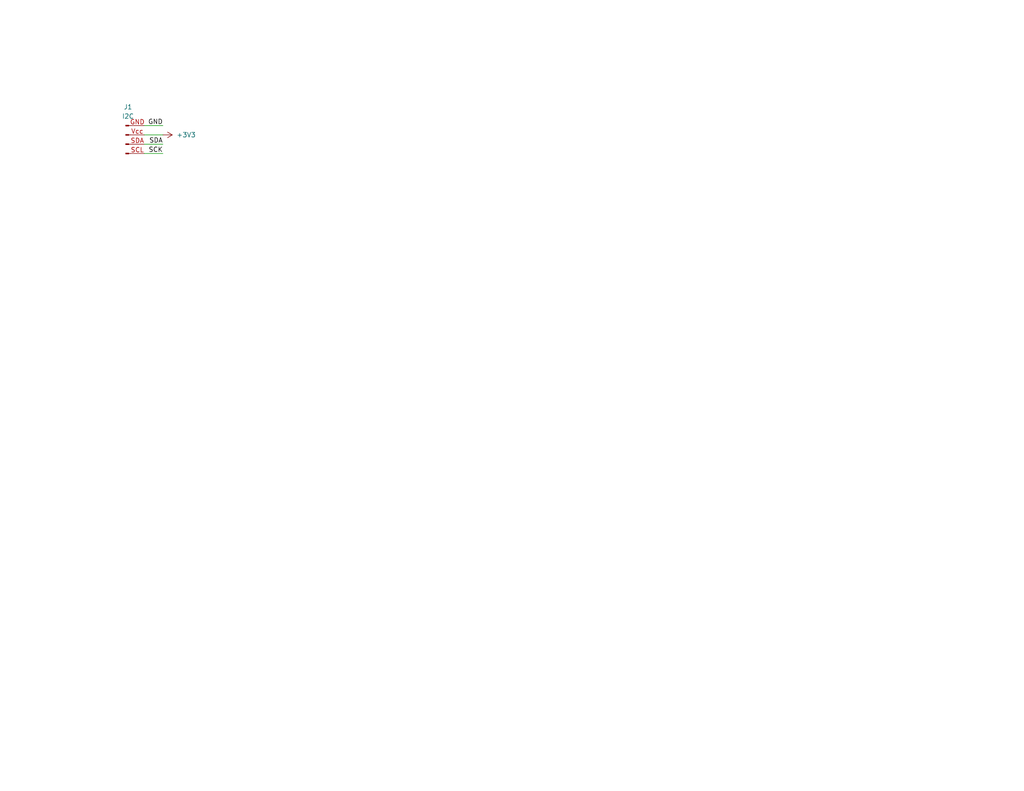
<source format=kicad_sch>
(kicad_sch (version 20231120) (generator "eeschema") (generator_version "8.0")
  (paper "USLetter")
  (title_block (title "Smart Work Desk Lights") (date "2024-07-24") (rev "Final") (company "Alexander Bobkov") (comment 1 "Specialized Accounting Offices") (comment 2 "ESP32-C3 SuperMini"))
  (lib_symbols
    (symbol "Alexander Symbol Library:Conn_I2C" (pin_names (offset 1.016) hide)
      (property "Reference" "J" (at 0 5.08 0))
      (property "Value" "I2C" (at 0 -7.62 0))
      (symbol "Conn_I2C_1_1"
        (polyline (pts (xy 1.27 -5.08) (xy 0.8636 -5.08)) (stroke (width 0.1524)))
        (polyline (pts (xy 1.27 -2.54) (xy 0.8636 -2.54)) (stroke (width 0.1524)))
        (polyline (pts (xy 1.27 0) (xy 0.8636 0)) (stroke (width 0.1524)))
        (polyline (pts (xy 1.27 2.54) (xy 0.8636 2.54)) (stroke (width 0.1524)))
        (rectangle (start 0.8636 -4.953) (end 0 -5.207) (stroke (width 0.1524)) (fill (type outline)))
        (rectangle (start 0.8636 -2.413) (end 0 -2.667) (stroke (width 0.1524)) (fill (type outline)))
        (rectangle (start 0.8636 0.127) (end 0 -0.127) (stroke (width 0.1524)) (fill (type outline)))
        (rectangle (start 0.8636 2.667) (end 0 2.413) (stroke (width 0.1524)) (fill (type outline)))
        (pin power_out line (at 5.08 2.54 180) (length 3.81) (name "GND") (number "GND"))
        (pin bidirectional line (at 5.08 -5.08 180) (length 3.81) (name "SCL") (number "SCL"))
        (pin bidirectional line (at 5.08 -2.54 180) (length 3.81) (name "SDA") (number "SDA"))
        (pin power_in line (at 5.08 0 180) (length 3.81) (name "VCC") (number "Vcc"))
      )
    )
    (symbol "power:+3V3" (power) (pin_names (offset 0))
      (property "Value" "+3V3" (at 0 3.556 0))
      (symbol "+3V3_0_1"
        (polyline (pts (xy -0.762 1.27) (xy 0 2.54)))
        (polyline (pts (xy 0 0) (xy 0 2.54)))
        (polyline (pts (xy 0 2.54) (xy 0.762 1.27)))
      )
      (symbol "+3V3_1_1"
        (pin power_in line (at 0 0 90) (length 0) hide (name "+3V3") (number "1"))
      )
    )
  )
  (wire (pts (xy 39.37 34.29) (xy 44.45 34.29)))
  (wire (pts (xy 39.37 41.91) (xy 44.45 41.91)))
  (wire (pts (xy 39.37 36.83) (xy 44.45 36.83)))
  (wire (pts (xy 39.37 39.37) (xy 44.45 39.37)))
  (label "SDA" (at 44.45 39.37 180))
  (label "GND" (at 44.45 34.29 180))
  (label "SCK" (at 44.45 41.91 180))
  (symbol (lib_id "Alexander Symbol Library:Conn_I2C") (at 34.29 36.83 0) (unit 1)
    (property "Reference" "J1" (at 34.925 29.21 0))
    (property "Value" "I2C" (at 34.925 31.75 0))
    (property "Footprint" "Alexander Footprint Library:Conn_I2C" (effects (hide yes)))
    (property "Description" "I2C connector, single row, 01x04" (effects (hide yes)))
  )
  (symbol (lib_id "power:+3V3") (at 44.45 36.83 270) (unit 1)
    (property "Reference" "#PWR01" (effects (hide yes)))
    (property "Value" "+3V3" (at 50.8 36.83 90))
  )
)
</source>
